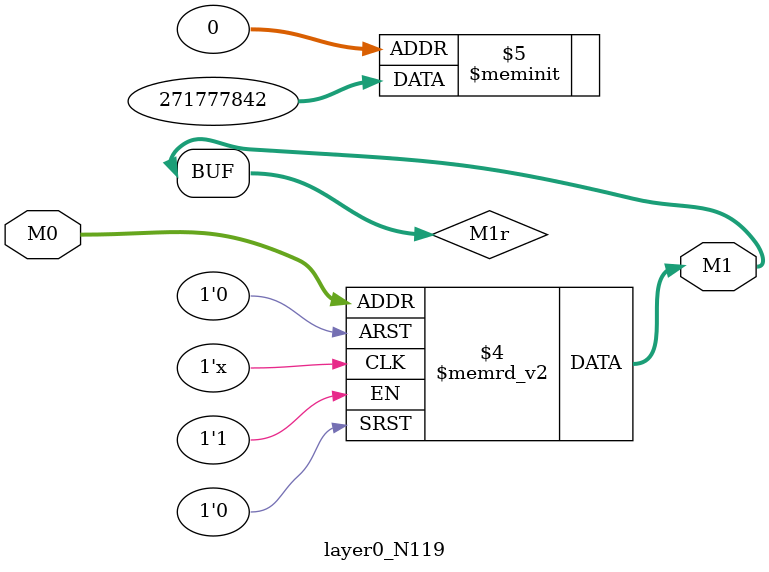
<source format=v>
module layer0_N119 ( input [3:0] M0, output [1:0] M1 );

	(*rom_style = "distributed" *) reg [1:0] M1r;
	assign M1 = M1r;
	always @ (M0) begin
		case (M0)
			4'b0000: M1r = 2'b10;
			4'b1000: M1r = 2'b11;
			4'b0100: M1r = 2'b00;
			4'b1100: M1r = 2'b00;
			4'b0010: M1r = 2'b11;
			4'b1010: M1r = 2'b11;
			4'b0110: M1r = 2'b00;
			4'b1110: M1r = 2'b01;
			4'b0001: M1r = 2'b00;
			4'b1001: M1r = 2'b00;
			4'b0101: M1r = 2'b00;
			4'b1101: M1r = 2'b00;
			4'b0011: M1r = 2'b00;
			4'b1011: M1r = 2'b00;
			4'b0111: M1r = 2'b00;
			4'b1111: M1r = 2'b00;

		endcase
	end
endmodule

</source>
